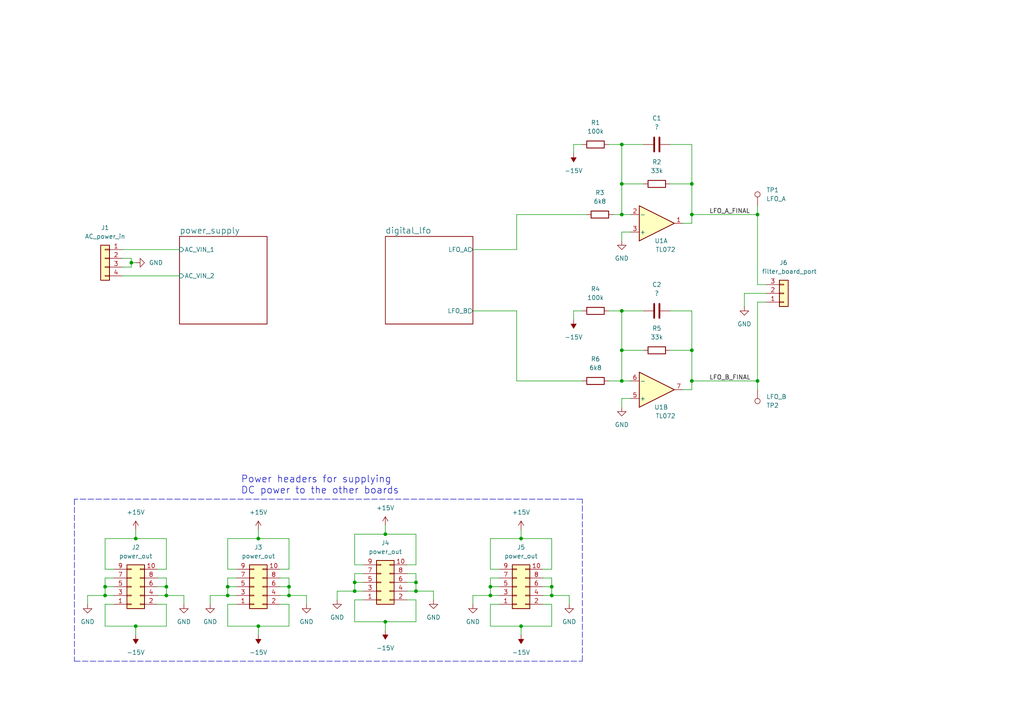
<source format=kicad_sch>
(kicad_sch (version 20211123) (generator eeschema)
  (paper "A4")
  (title_block (title "M.S.M. Stereo Lowpass Filter Pedal") (date "2022-06-07") (rev "0") (comment 2 "creativecommons.org/licenses/by/4.0") (comment 3 "License: CC by 4.0") (comment 4 "Author: Jordan Aceto"))
  (lib_symbols
    (symbol "Amplifier_Operational:TL072" (pin_names (offset 0.127))
      (property "Reference" "U" (at 0 5.08 0))
      (property "Value" "TL072" (at 0 -5.08 0))
      (symbol "TL072_1_1"
        (polyline (pts (xy -5.08 5.08) (xy 5.08 0) (xy -5.08 -5.08) (xy -5.08 5.08)) (stroke (width 0.254)) (fill (type background)))
        (pin output line (at 7.62 0 180) (length 2.54) (name "~") (number "1"))
        (pin input line (at -7.62 -2.54 0) (length 2.54) (name "-") (number "2"))
        (pin input line (at -7.62 2.54 0) (length 2.54) (name "+") (number "3"))
      )
      (symbol "TL072_2_1"
        (polyline (pts (xy -5.08 5.08) (xy 5.08 0) (xy -5.08 -5.08) (xy -5.08 5.08)) (stroke (width 0.254)) (fill (type background)))
        (pin input line (at -7.62 2.54 0) (length 2.54) (name "+") (number "5"))
        (pin input line (at -7.62 -2.54 0) (length 2.54) (name "-") (number "6"))
        (pin output line (at 7.62 0 180) (length 2.54) (name "~") (number "7"))
      )
      (symbol "TL072_3_1"
        (pin power_in line (at -2.54 -7.62 90) (length 3.81) (name "V-") (number "4"))
        (pin power_in line (at -2.54 7.62 270) (length 3.81) (name "V+") (number "8"))
      )
    )
    (symbol "Connector:TestPoint" (pin_numbers hide) (pin_names (offset 0.762) hide)
      (property "Reference" "TP" (at 0 6.858 0))
      (property "Value" "TestPoint" (at 0 5.08 0))
      (symbol "TestPoint_0_1"
        (circle (center 0 3.302) (radius 0.762))
      )
      (symbol "TestPoint_1_1"
        (pin passive line (at 0 0 90) (length 2.54) (name "1") (number "1"))
      )
    )
    (symbol "Connector_Generic:Conn_01x03" (pin_names (offset 1.016) hide)
      (property "Reference" "J" (at 0 5.08 0))
      (property "Value" "Conn_01x03" (at 0 -5.08 0))
      (symbol "Conn_01x03_1_1"
        (rectangle (start -1.27 -2.413) (end 0 -2.667) (stroke (width 0.1524)))
        (rectangle (start -1.27 0.127) (end 0 -0.127) (stroke (width 0.1524)))
        (rectangle (start -1.27 2.667) (end 0 2.413) (stroke (width 0.1524)))
        (rectangle (start -1.27 3.81) (end 1.27 -3.81) (stroke (width 0.254)) (fill (type background)))
        (pin passive line (at -5.08 2.54 0) (length 3.81) (name "Pin_1") (number "1"))
        (pin passive line (at -5.08 0 0) (length 3.81) (name "Pin_2") (number "2"))
        (pin passive line (at -5.08 -2.54 0) (length 3.81) (name "Pin_3") (number "3"))
      )
    )
    (symbol "Connector_Generic:Conn_01x04" (pin_names (offset 1.016) hide)
      (property "Reference" "J" (at 0 5.08 0))
      (property "Value" "Conn_01x04" (at 0 -7.62 0))
      (symbol "Conn_01x04_1_1"
        (rectangle (start -1.27 -4.953) (end 0 -5.207) (stroke (width 0.1524)))
        (rectangle (start -1.27 -2.413) (end 0 -2.667) (stroke (width 0.1524)))
        (rectangle (start -1.27 0.127) (end 0 -0.127) (stroke (width 0.1524)))
        (rectangle (start -1.27 2.667) (end 0 2.413) (stroke (width 0.1524)))
        (rectangle (start -1.27 3.81) (end 1.27 -6.35) (stroke (width 0.254)) (fill (type background)))
        (pin passive line (at -5.08 2.54 0) (length 3.81) (name "Pin_1") (number "1"))
        (pin passive line (at -5.08 0 0) (length 3.81) (name "Pin_2") (number "2"))
        (pin passive line (at -5.08 -2.54 0) (length 3.81) (name "Pin_3") (number "3"))
        (pin passive line (at -5.08 -5.08 0) (length 3.81) (name "Pin_4") (number "4"))
      )
    )
    (symbol "Connector_Generic:Conn_02x05_Odd_Even" (pin_names (offset 1.016) hide)
      (property "Reference" "J" (at 1.27 7.62 0))
      (property "Value" "Conn_02x05_Odd_Even" (at 1.27 -7.62 0))
      (symbol "Conn_02x05_Odd_Even_1_1"
        (rectangle (start -1.27 -4.953) (end 0 -5.207) (stroke (width 0.1524)))
        (rectangle (start -1.27 -2.413) (end 0 -2.667) (stroke (width 0.1524)))
        (rectangle (start -1.27 0.127) (end 0 -0.127) (stroke (width 0.1524)))
        (rectangle (start -1.27 2.667) (end 0 2.413) (stroke (width 0.1524)))
        (rectangle (start -1.27 5.207) (end 0 4.953) (stroke (width 0.1524)))
        (rectangle (start -1.27 6.35) (end 3.81 -6.35) (stroke (width 0.254)) (fill (type background)))
        (rectangle (start 3.81 -4.953) (end 2.54 -5.207) (stroke (width 0.1524)))
        (rectangle (start 3.81 -2.413) (end 2.54 -2.667) (stroke (width 0.1524)))
        (rectangle (start 3.81 0.127) (end 2.54 -0.127) (stroke (width 0.1524)))
        (rectangle (start 3.81 2.667) (end 2.54 2.413) (stroke (width 0.1524)))
        (rectangle (start 3.81 5.207) (end 2.54 4.953) (stroke (width 0.1524)))
        (pin passive line (at -5.08 5.08 0) (length 3.81) (name "Pin_1") (number "1"))
        (pin passive line (at 7.62 -5.08 180) (length 3.81) (name "Pin_10") (number "10"))
        (pin passive line (at 7.62 5.08 180) (length 3.81) (name "Pin_2") (number "2"))
        (pin passive line (at -5.08 2.54 0) (length 3.81) (name "Pin_3") (number "3"))
        (pin passive line (at 7.62 2.54 180) (length 3.81) (name "Pin_4") (number "4"))
        (pin passive line (at -5.08 0 0) (length 3.81) (name "Pin_5") (number "5"))
        (pin passive line (at 7.62 0 180) (length 3.81) (name "Pin_6") (number "6"))
        (pin passive line (at -5.08 -2.54 0) (length 3.81) (name "Pin_7") (number "7"))
        (pin passive line (at 7.62 -2.54 180) (length 3.81) (name "Pin_8") (number "8"))
        (pin passive line (at -5.08 -5.08 0) (length 3.81) (name "Pin_9") (number "9"))
      )
    )
    (symbol "Device:C" (pin_numbers hide) (pin_names (offset 0.254))
      (property "Reference" "C" (at 0.635 2.54 0))
      (property "Value" "C" (at 0.635 -2.54 0))
      (symbol "C_0_1"
        (polyline (pts (xy -2.032 -0.762) (xy 2.032 -0.762)) (stroke (width 0.508)))
        (polyline (pts (xy -2.032 0.762) (xy 2.032 0.762)) (stroke (width 0.508)))
      )
      (symbol "C_1_1"
        (pin passive line (at 0 3.81 270) (length 2.794) (name "~") (number "1"))
        (pin passive line (at 0 -3.81 90) (length 2.794) (name "~") (number "2"))
      )
    )
    (symbol "Device:R" (pin_numbers hide) (pin_names (offset 0))
      (property "Reference" "R" (at 2.032 0 90))
      (property "Value" "R" (at 0 0 90))
      (symbol "R_0_1"
        (rectangle (start -1.016 -2.54) (end 1.016 2.54) (stroke (width 0.254)))
      )
      (symbol "R_1_1"
        (pin passive line (at 0 3.81 270) (length 1.27) (name "~") (number "1"))
        (pin passive line (at 0 -3.81 90) (length 1.27) (name "~") (number "2"))
      )
    )
    (symbol "power:+15V" (power) (pin_names (offset 0))
      (property "Value" "+15V" (at 0 3.556 0))
      (symbol "+15V_0_1"
        (polyline (pts (xy -0.762 1.27) (xy 0 2.54)))
        (polyline (pts (xy 0 0) (xy 0 2.54)))
        (polyline (pts (xy 0 2.54) (xy 0.762 1.27)))
      )
      (symbol "+15V_1_1"
        (pin power_in line (at 0 0 90) (length 0) hide (name "+15V") (number "1"))
      )
    )
    (symbol "power:-15V" (power) (pin_names (offset 0))
      (property "Value" "-15V" (at 0 3.81 0))
      (symbol "-15V_0_0"
        (pin power_in line (at 0 0 90) (length 0) hide (name "-15V") (number "1"))
      )
      (symbol "-15V_0_1"
        (polyline (pts (xy 0 0) (xy 0 1.27) (xy 0.762 1.27) (xy 0 2.54) (xy -0.762 1.27) (xy 0 1.27)) (fill (type outline)))
      )
    )
    (symbol "power:GND" (power) (pin_names (offset 0))
      (property "Value" "GND" (at 0 -3.81 0))
      (symbol "GND_0_1"
        (polyline (pts (xy 0 0) (xy 0 -1.27) (xy 1.27 -1.27) (xy 0 -2.54) (xy -1.27 -1.27) (xy 0 -1.27)))
      )
      (symbol "GND_1_1"
        (pin power_in line (at 0 0 270) (length 0) hide (name "GND") (number "1"))
      )
    )
  )
  (junction (at 83.82 172.72))
  (junction (at 200.66 62.23))
  (junction (at 30.48 172.72))
  (junction (at 66.04 172.72))
  (junction (at 102.87 171.45))
  (junction (at 38.1 76.2))
  (junction (at 142.24 172.72))
  (junction (at 219.71 110.49))
  (junction (at 200.66 53.34))
  (junction (at 200.66 110.49))
  (junction (at 66.04 170.18))
  (junction (at 219.71 62.23))
  (junction (at 111.76 180.34))
  (junction (at 180.34 41.91))
  (junction (at 180.34 101.6))
  (junction (at 74.93 181.61))
  (junction (at 39.37 181.61))
  (junction (at 160.02 170.18))
  (junction (at 48.26 170.18))
  (junction (at 151.13 181.61))
  (junction (at 180.34 90.17))
  (junction (at 180.34 110.49))
  (junction (at 48.26 172.72))
  (junction (at 83.82 170.18))
  (junction (at 102.87 168.91))
  (junction (at 74.93 156.21))
  (junction (at 200.66 101.6))
  (junction (at 180.34 53.34))
  (junction (at 142.24 170.18))
  (junction (at 151.13 156.21))
  (junction (at 39.37 156.21))
  (junction (at 180.34 62.23))
  (junction (at 120.65 168.91))
  (junction (at 160.02 172.72))
  (junction (at 111.76 154.94))
  (junction (at 30.48 170.18))
  (junction (at 120.65 171.45))
  (wire (pts (xy 151.13 153.67) (xy 151.13 156.21)))
  (wire (pts (xy 137.16 175.26) (xy 137.16 172.72)))
  (wire (pts (xy 142.24 170.18) (xy 144.78 170.18)))
  (wire (pts (xy 219.71 113.03) (xy 219.71 110.49)))
  (wire (pts (xy 105.41 173.99) (xy 102.87 173.99)))
  (wire (pts (xy 215.9 85.09) (xy 222.25 85.09)))
  (wire (pts (xy 111.76 180.34) (xy 120.65 180.34)))
  (wire (pts (xy 25.4 175.26) (xy 25.4 172.72)))
  (wire (pts (xy 118.11 171.45) (xy 120.65 171.45)))
  (wire (pts (xy 176.53 90.17) (xy 180.34 90.17)))
  (wire (pts (xy 137.16 90.17) (xy 149.86 90.17)))
  (wire (pts (xy 120.65 168.91) (xy 120.65 166.37)))
  (wire (pts (xy 30.48 170.18) (xy 30.48 172.72)))
  (wire (pts (xy 66.04 181.61) (xy 74.93 181.61)))
  (wire (pts (xy 186.69 90.17) (xy 180.34 90.17)))
  (wire (pts (xy 30.48 165.1) (xy 33.02 165.1)))
  (wire (pts (xy 176.53 41.91) (xy 180.34 41.91)))
  (wire (pts (xy 66.04 167.64) (xy 68.58 167.64)))
  (wire (pts (xy 111.76 180.34) (xy 111.76 182.88)))
  (wire (pts (xy 83.82 156.21) (xy 74.93 156.21)))
  (wire (pts (xy 118.11 168.91) (xy 120.65 168.91)))
  (wire (pts (xy 186.69 41.91) (xy 180.34 41.91)))
  (wire (pts (xy 160.02 175.26) (xy 157.48 175.26)))
  (wire (pts (xy 142.24 167.64) (xy 144.78 167.64)))
  (wire (pts (xy 83.82 181.61) (xy 83.82 175.26)))
  (wire (pts (xy 182.88 110.49) (xy 180.34 110.49)))
  (wire (pts (xy 111.76 154.94) (xy 102.87 154.94)))
  (wire (pts (xy 105.41 171.45) (xy 102.87 171.45)))
  (wire (pts (xy 66.04 156.21) (xy 66.04 165.1)))
  (wire (pts (xy 194.31 53.34) (xy 200.66 53.34)))
  (wire (pts (xy 142.24 167.64) (xy 142.24 170.18)))
  (wire (pts (xy 194.31 101.6) (xy 200.66 101.6)))
  (wire (pts (xy 219.71 59.69) (xy 219.71 62.23)))
  (wire (pts (xy 81.28 167.64) (xy 83.82 167.64)))
  (wire (pts (xy 142.24 156.21) (xy 142.24 165.1)))
  (wire (pts (xy 120.65 173.99) (xy 118.11 173.99)))
  (wire (pts (xy 97.79 171.45) (xy 102.87 171.45)))
  (wire (pts (xy 30.48 181.61) (xy 39.37 181.61)))
  (wire (pts (xy 83.82 165.1) (xy 83.82 156.21)))
  (wire (pts (xy 74.93 156.21) (xy 66.04 156.21)))
  (wire (pts (xy 200.66 90.17) (xy 200.66 101.6)))
  (wire (pts (xy 180.34 53.34) (xy 180.34 62.23)))
  (wire (pts (xy 30.48 175.26) (xy 30.48 181.61)))
  (wire (pts (xy 137.16 172.72) (xy 142.24 172.72)))
  (wire (pts (xy 120.65 154.94) (xy 111.76 154.94)))
  (wire (pts (xy 157.48 167.64) (xy 160.02 167.64)))
  (polyline (pts (xy 168.91 191.77) (xy 168.91 144.78)))
  (wire (pts (xy 33.02 175.26) (xy 30.48 175.26)))
  (wire (pts (xy 180.34 115.57) (xy 182.88 115.57)))
  (wire (pts (xy 177.8 62.23) (xy 180.34 62.23)))
  (wire (pts (xy 81.28 170.18) (xy 83.82 170.18)))
  (wire (pts (xy 120.65 171.45) (xy 120.65 168.91)))
  (wire (pts (xy 102.87 168.91) (xy 102.87 171.45)))
  (polyline (pts (xy 21.59 191.77) (xy 168.91 191.77)))
  (wire (pts (xy 118.11 163.83) (xy 120.65 163.83)))
  (wire (pts (xy 142.24 181.61) (xy 151.13 181.61)))
  (wire (pts (xy 180.34 67.31) (xy 182.88 67.31)))
  (wire (pts (xy 45.72 167.64) (xy 48.26 167.64)))
  (wire (pts (xy 30.48 167.64) (xy 30.48 170.18)))
  (wire (pts (xy 66.04 170.18) (xy 68.58 170.18)))
  (wire (pts (xy 182.88 62.23) (xy 180.34 62.23)))
  (wire (pts (xy 200.66 62.23) (xy 219.71 62.23)))
  (wire (pts (xy 165.1 172.72) (xy 160.02 172.72)))
  (wire (pts (xy 144.78 172.72) (xy 142.24 172.72)))
  (wire (pts (xy 157.48 170.18) (xy 160.02 170.18)))
  (wire (pts (xy 30.48 167.64) (xy 33.02 167.64)))
  (wire (pts (xy 60.96 175.26) (xy 60.96 172.72)))
  (wire (pts (xy 102.87 166.37) (xy 102.87 168.91)))
  (wire (pts (xy 68.58 175.26) (xy 66.04 175.26)))
  (wire (pts (xy 151.13 156.21) (xy 142.24 156.21)))
  (wire (pts (xy 118.11 166.37) (xy 120.65 166.37)))
  (wire (pts (xy 74.93 181.61) (xy 74.93 184.15)))
  (wire (pts (xy 66.04 165.1) (xy 68.58 165.1)))
  (wire (pts (xy 53.34 175.26) (xy 53.34 172.72)))
  (wire (pts (xy 219.71 110.49) (xy 219.71 87.63)))
  (wire (pts (xy 102.87 168.91) (xy 105.41 168.91)))
  (wire (pts (xy 35.56 72.39) (xy 52.07 72.39)))
  (wire (pts (xy 66.04 170.18) (xy 66.04 172.72)))
  (wire (pts (xy 111.76 152.4) (xy 111.76 154.94)))
  (wire (pts (xy 60.96 172.72) (xy 66.04 172.72)))
  (wire (pts (xy 35.56 80.01) (xy 52.07 80.01)))
  (wire (pts (xy 151.13 181.61) (xy 160.02 181.61)))
  (wire (pts (xy 200.66 110.49) (xy 200.66 101.6)))
  (wire (pts (xy 30.48 170.18) (xy 33.02 170.18)))
  (wire (pts (xy 48.26 172.72) (xy 48.26 170.18)))
  (wire (pts (xy 38.1 76.2) (xy 38.1 74.93)))
  (wire (pts (xy 180.34 90.17) (xy 180.34 101.6)))
  (wire (pts (xy 97.79 173.99) (xy 97.79 171.45)))
  (wire (pts (xy 45.72 165.1) (xy 48.26 165.1)))
  (wire (pts (xy 144.78 175.26) (xy 142.24 175.26)))
  (wire (pts (xy 222.25 82.55) (xy 219.71 82.55)))
  (wire (pts (xy 39.37 181.61) (xy 39.37 184.15)))
  (wire (pts (xy 48.26 165.1) (xy 48.26 156.21)))
  (wire (pts (xy 48.26 156.21) (xy 39.37 156.21)))
  (wire (pts (xy 157.48 165.1) (xy 160.02 165.1)))
  (wire (pts (xy 88.9 175.26) (xy 88.9 172.72)))
  (wire (pts (xy 33.02 172.72) (xy 30.48 172.72)))
  (wire (pts (xy 149.86 62.23) (xy 170.18 62.23)))
  (wire (pts (xy 142.24 170.18) (xy 142.24 172.72)))
  (wire (pts (xy 142.24 175.26) (xy 142.24 181.61)))
  (wire (pts (xy 160.02 156.21) (xy 151.13 156.21)))
  (wire (pts (xy 176.53 110.49) (xy 180.34 110.49)))
  (wire (pts (xy 200.66 113.03) (xy 200.66 110.49)))
  (wire (pts (xy 166.37 44.45) (xy 166.37 41.91)))
  (wire (pts (xy 180.34 69.85) (xy 180.34 67.31)))
  (wire (pts (xy 180.34 118.11) (xy 180.34 115.57)))
  (wire (pts (xy 149.86 72.39) (xy 149.86 62.23)))
  (wire (pts (xy 157.48 172.72) (xy 160.02 172.72)))
  (wire (pts (xy 48.26 175.26) (xy 45.72 175.26)))
  (wire (pts (xy 66.04 167.64) (xy 66.04 170.18)))
  (wire (pts (xy 81.28 165.1) (xy 83.82 165.1)))
  (wire (pts (xy 120.65 163.83) (xy 120.65 154.94)))
  (wire (pts (xy 48.26 170.18) (xy 48.26 167.64)))
  (wire (pts (xy 180.34 101.6) (xy 180.34 110.49)))
  (wire (pts (xy 198.12 64.77) (xy 200.66 64.77)))
  (wire (pts (xy 125.73 173.99) (xy 125.73 171.45)))
  (wire (pts (xy 200.66 62.23) (xy 200.66 53.34)))
  (wire (pts (xy 39.37 156.21) (xy 30.48 156.21)))
  (wire (pts (xy 180.34 41.91) (xy 180.34 53.34)))
  (wire (pts (xy 180.34 53.34) (xy 186.69 53.34)))
  (wire (pts (xy 151.13 181.61) (xy 151.13 184.15)))
  (wire (pts (xy 30.48 156.21) (xy 30.48 165.1)))
  (wire (pts (xy 45.72 172.72) (xy 48.26 172.72)))
  (wire (pts (xy 200.66 64.77) (xy 200.66 62.23)))
  (wire (pts (xy 68.58 172.72) (xy 66.04 172.72)))
  (wire (pts (xy 102.87 173.99) (xy 102.87 180.34)))
  (wire (pts (xy 180.34 101.6) (xy 186.69 101.6)))
  (wire (pts (xy 39.37 153.67) (xy 39.37 156.21)))
  (wire (pts (xy 53.34 172.72) (xy 48.26 172.72)))
  (wire (pts (xy 198.12 113.03) (xy 200.66 113.03)))
  (wire (pts (xy 149.86 90.17) (xy 149.86 110.49)))
  (wire (pts (xy 160.02 170.18) (xy 160.02 167.64)))
  (wire (pts (xy 200.66 110.49) (xy 219.71 110.49)))
  (wire (pts (xy 83.82 175.26) (xy 81.28 175.26)))
  (wire (pts (xy 166.37 41.91) (xy 168.91 41.91)))
  (wire (pts (xy 166.37 92.71) (xy 166.37 90.17)))
  (wire (pts (xy 160.02 181.61) (xy 160.02 175.26)))
  (wire (pts (xy 194.31 90.17) (xy 200.66 90.17)))
  (wire (pts (xy 102.87 166.37) (xy 105.41 166.37)))
  (wire (pts (xy 25.4 172.72) (xy 30.48 172.72)))
  (wire (pts (xy 38.1 76.2) (xy 39.37 76.2)))
  (wire (pts (xy 160.02 165.1) (xy 160.02 156.21)))
  (wire (pts (xy 74.93 153.67) (xy 74.93 156.21)))
  (wire (pts (xy 38.1 74.93) (xy 35.56 74.93)))
  (wire (pts (xy 215.9 85.09) (xy 215.9 88.9)))
  (wire (pts (xy 74.93 181.61) (xy 83.82 181.61)))
  (wire (pts (xy 165.1 175.26) (xy 165.1 172.72)))
  (wire (pts (xy 200.66 41.91) (xy 200.66 53.34)))
  (wire (pts (xy 66.04 175.26) (xy 66.04 181.61)))
  (wire (pts (xy 35.56 77.47) (xy 38.1 77.47)))
  (wire (pts (xy 219.71 82.55) (xy 219.71 62.23)))
  (wire (pts (xy 81.28 172.72) (xy 83.82 172.72)))
  (wire (pts (xy 194.31 41.91) (xy 200.66 41.91)))
  (wire (pts (xy 83.82 172.72) (xy 83.82 170.18)))
  (wire (pts (xy 160.02 172.72) (xy 160.02 170.18)))
  (wire (pts (xy 219.71 87.63) (xy 222.25 87.63)))
  (wire (pts (xy 39.37 181.61) (xy 48.26 181.61)))
  (wire (pts (xy 137.16 72.39) (xy 149.86 72.39)))
  (polyline (pts (xy 168.91 144.78) (xy 21.59 144.78)))
  (wire (pts (xy 48.26 181.61) (xy 48.26 175.26)))
  (wire (pts (xy 125.73 171.45) (xy 120.65 171.45)))
  (wire (pts (xy 149.86 110.49) (xy 168.91 110.49)))
  (wire (pts (xy 102.87 154.94) (xy 102.87 163.83)))
  (wire (pts (xy 102.87 163.83) (xy 105.41 163.83)))
  (polyline (pts (xy 21.59 144.78) (xy 21.59 191.77)))
  (wire (pts (xy 120.65 180.34) (xy 120.65 173.99)))
  (wire (pts (xy 88.9 172.72) (xy 83.82 172.72)))
  (wire (pts (xy 142.24 165.1) (xy 144.78 165.1)))
  (wire (pts (xy 102.87 180.34) (xy 111.76 180.34)))
  (wire (pts (xy 38.1 77.47) (xy 38.1 76.2)))
  (wire (pts (xy 45.72 170.18) (xy 48.26 170.18)))
  (wire (pts (xy 166.37 90.17) (xy 168.91 90.17)))
  (wire (pts (xy 83.82 170.18) (xy 83.82 167.64)))
  (text "Power headers for supplying\nDC power to the other boards" (at 69.85 143.51 0) (effects (font (size 2 2)) (justify left bottom)))
  (label "LFO_B_FINAL" (at 205.74 110.49 0))
  (label "LFO_A_FINAL" (at 205.74 62.23 0))
  (symbol (lib_id "power:GND") (at 60.96 175.26 0) (mirror y) (unit 1)
    (property "Reference" "#PWR014" (effects hide))
    (property "Value" "GND" (at 60.96 180.34 0))
  )
  (symbol (lib_id "Device:R") (at 190.5 101.6 90) (unit 1)
    (property "Reference" "R5" (at 190.5 95.25 90))
    (property "Value" "33k" (at 190.5 97.79 90))
    (property "Footprint" "Resistor_SMD:R_0805_2012Metric" (effects hide))
  )
  (symbol (lib_id "Device:C") (at 190.5 90.17 90) (unit 1)
    (property "Reference" "C2" (at 190.5 82.55 90))
    (property "Value" "?" (at 190.5 85.09 90))
    (property "Footprint" "Capacitor_SMD:C_0805_2012Metric" (effects hide))
  )
  (symbol (lib_id "power:+15V") (at 74.93 153.67 0) (unit 1)
    (property "Reference" "#PWR08" (effects hide))
    (property "Value" "+15V" (at 74.93 148.59 0))
  )
  (symbol (lib_id "power:GND") (at 215.9 88.9 0) (unit 1)
    (property "Reference" "#PWR03" (effects hide))
    (property "Value" "GND" (at 215.9 93.98 0))
  )
  (symbol (lib_id "Device:R") (at 172.72 90.17 90) (unit 1)
    (property "Reference" "R4" (at 172.72 83.82 90))
    (property "Value" "100k" (at 172.72 86.36 90))
    (property "Footprint" "Resistor_SMD:R_0805_2012Metric" (effects hide))
  )
  (symbol (lib_id "power:GND") (at 88.9 175.26 0) (unit 1)
    (property "Reference" "#PWR015" (effects hide))
    (property "Value" "GND" (at 88.9 180.34 0))
  )
  (symbol (lib_id "Device:R") (at 172.72 41.91 90) (unit 1)
    (property "Reference" "R1" (at 172.72 35.56 90))
    (property "Value" "100k" (at 172.72 38.1 90))
    (property "Footprint" "Resistor_SMD:R_0805_2012Metric" (effects hide))
  )
  (symbol (lib_id "Connector_Generic:Conn_02x05_Odd_Even") (at 110.49 168.91 0) (mirror x) (unit 1)
    (property "Reference" "J4" (at 111.76 157.48 0))
    (property "Value" "power_out" (at 111.76 160.02 0))
    (property "Footprint" "Connector_IDC:IDC-Header_2x05_P2.54mm_Vertical" (effects hide))
  )
  (symbol (lib_id "Device:C") (at 190.5 41.91 90) (unit 1)
    (property "Reference" "C1" (at 190.5 34.29 90))
    (property "Value" "?" (at 190.5 36.83 90))
    (property "Footprint" "Capacitor_SMD:C_0805_2012Metric" (effects hide))
  )
  (symbol (lib_id "power:-15V") (at 151.13 184.15 180) (unit 1)
    (property "Reference" "#PWR021" (effects hide))
    (property "Value" "-15V" (at 151.13 189.23 0))
  )
  (symbol (lib_id "power:GND") (at 97.79 173.99 0) (mirror y) (unit 1)
    (property "Reference" "#PWR010" (effects hide))
    (property "Value" "GND" (at 97.79 179.07 0))
  )
  (symbol (lib_id "Device:R") (at 190.5 53.34 90) (unit 1)
    (property "Reference" "R2" (at 190.5 46.99 90))
    (property "Value" "33k" (at 190.5 49.53 90))
    (property "Footprint" "Resistor_SMD:R_0805_2012Metric" (effects hide))
  )
  (symbol (lib_id "Connector:TestPoint") (at 219.71 113.03 0) (mirror x) (unit 1)
    (property "Reference" "TP2" (at 222.25 117.6021 0) (effects (justify left)))
    (property "Value" "LFO_B" (at 222.25 115.0621 0) (effects (justify left)))
    (property "Footprint" "TestPoint:TestPoint_Keystone_5000-5004_Miniature" (effects hide))
  )
  (symbol (lib_id "power:GND") (at 137.16 175.26 0) (mirror y) (unit 1)
    (property "Reference" "#PWR016" (effects hide))
    (property "Value" "GND" (at 137.16 180.34 0))
  )
  (symbol (lib_id "power:-15V") (at 166.37 92.71 180) (unit 1)
    (property "Reference" "#PWR04" (effects hide))
    (property "Value" "-15V" (at 166.37 97.79 0))
  )
  (symbol (lib_id "Connector:TestPoint") (at 219.71 59.69 0) (unit 1)
    (property "Reference" "TP1" (at 222.25 55.1179 0) (effects (justify left)))
    (property "Value" "LFO_A" (at 222.25 57.6579 0) (effects (justify left)))
    (property "Footprint" "TestPoint:TestPoint_Keystone_5000-5004_Miniature" (effects hide))
  )
  (symbol (lib_id "power:GND") (at 180.34 69.85 0) (unit 1)
    (property "Reference" "#PWR02" (effects hide))
    (property "Value" "GND" (at 180.34 74.93 0))
  )
  (symbol (lib_id "power:-15V") (at 74.93 184.15 180) (unit 1)
    (property "Reference" "#PWR020" (effects hide))
    (property "Value" "-15V" (at 74.93 189.23 0))
  )
  (symbol (lib_id "power:+15V") (at 151.13 153.67 0) (unit 1)
    (property "Reference" "#PWR09" (effects hide))
    (property "Value" "+15V" (at 151.13 148.59 0))
  )
  (symbol (lib_id "Device:R") (at 172.72 110.49 90) (unit 1)
    (property "Reference" "R6" (at 172.72 104.14 90))
    (property "Value" "6k8" (at 172.72 106.68 90))
    (property "Footprint" "Resistor_SMD:R_0805_2012Metric" (effects hide))
  )
  (symbol (lib_id "Device:R") (at 173.99 62.23 90) (unit 1)
    (property "Reference" "R3" (at 173.99 55.88 90))
    (property "Value" "6k8" (at 173.99 58.42 90))
    (property "Footprint" "Resistor_SMD:R_0805_2012Metric" (effects hide))
  )
  (symbol (lib_id "Connector_Generic:Conn_01x03") (at 227.33 85.09 0) (mirror x) (unit 1)
    (property "Reference" "J6" (at 226.06 76.2 0) (effects (justify left)))
    (property "Value" "filter_board_port" (at 220.98 78.74 0) (effects (justify left)))
    (property "Footprint" "Connector_Molex:Molex_KK-254_AE-6410-03A_1x03_P2.54mm_Vertical" (effects hide))
  )
  (symbol (lib_id "Connector_Generic:Conn_02x05_Odd_Even") (at 73.66 170.18 0) (mirror x) (unit 1)
    (property "Reference" "J3" (at 74.93 158.75 0))
    (property "Value" "power_out" (at 74.93 161.29 0))
    (property "Footprint" "Connector_IDC:IDC-Header_2x05_P2.54mm_Vertical" (effects hide))
  )
  (symbol (lib_id "power:-15V") (at 166.37 44.45 180) (unit 1)
    (property "Reference" "#PWR01" (effects hide))
    (property "Value" "-15V" (at 166.37 49.53 0))
  )
  (symbol (lib_id "Connector_Generic:Conn_02x05_Odd_Even") (at 149.86 170.18 0) (mirror x) (unit 1)
    (property "Reference" "J5" (at 151.13 158.75 0))
    (property "Value" "power_out" (at 151.13 161.29 0))
    (property "Footprint" "Connector_IDC:IDC-Header_2x05_P2.54mm_Vertical" (effects hide))
  )
  (symbol (lib_id "Connector_Generic:Conn_01x04") (at 30.48 74.93 0) (mirror y) (unit 1)
    (property "Reference" "J1" (at 30.48 66.04 0))
    (property "Value" "AC_power_in" (at 30.48 68.58 0))
    (property "Footprint" "Connector_Molex:Molex_Mini-Fit_Jr_5566-04A2_2x02_P4.20mm_Vertical" (effects hide))
  )
  (symbol (lib_id "Connector_Generic:Conn_02x05_Odd_Even") (at 38.1 170.18 0) (mirror x) (unit 1)
    (property "Reference" "J2" (at 39.37 158.75 0))
    (property "Value" "power_out" (at 39.37 161.29 0))
    (property "Footprint" "Connector_IDC:IDC-Header_2x05_P2.54mm_Vertical" (effects hide))
  )
  (symbol (lib_id "power:-15V") (at 111.76 182.88 180) (unit 1)
    (property "Reference" "#PWR018" (effects hide))
    (property "Value" "-15V" (at 111.76 187.96 0))
  )
  (symbol (lib_id "power:GND") (at 53.34 175.26 0) (unit 1)
    (property "Reference" "#PWR013" (effects hide))
    (property "Value" "GND" (at 53.34 180.34 0))
  )
  (symbol (lib_id "power:+15V") (at 111.76 152.4 0) (unit 1)
    (property "Reference" "#PWR06" (effects hide))
    (property "Value" "+15V" (at 111.76 147.32 0))
  )
  (symbol (lib_id "power:GND") (at 39.37 76.2 90) (unit 1)
    (property "Reference" "#PWR022" (effects hide))
    (property "Value" "GND" (at 43.18 76.1999 90) (effects (justify right)))
  )
  (symbol (lib_id "Amplifier_Operational:TL072") (at 190.5 113.03 0) (mirror x) (unit 2)
    (property "Reference" "U1" (at 191.77 118.11 0))
    (property "Value" "TL072" (at 193.04 120.65 0))
    (property "Footprint" "Package_SO:SOIC-8_3.9x4.9mm_P1.27mm" (effects hide))
    (property "Datasheet" "http://www.ti.com/lit/ds/symlink/tl071.pdf" (effects hide))
  )
  (symbol (lib_id "power:GND") (at 125.73 173.99 0) (unit 1)
    (property "Reference" "#PWR011" (effects hide))
    (property "Value" "GND" (at 125.73 179.07 0))
  )
  (symbol (lib_id "power:-15V") (at 39.37 184.15 180) (unit 1)
    (property "Reference" "#PWR019" (effects hide))
    (property "Value" "-15V" (at 39.37 189.23 0))
  )
  (symbol (lib_id "power:GND") (at 180.34 118.11 0) (unit 1)
    (property "Reference" "#PWR05" (effects hide))
    (property "Value" "GND" (at 180.34 123.19 0))
  )
  (symbol (lib_id "Amplifier_Operational:TL072") (at 190.5 64.77 0) (mirror x) (unit 1)
    (property "Reference" "U1" (at 191.77 69.85 0))
    (property "Value" "TL072" (at 193.04 72.39 0))
    (property "Footprint" "Package_SO:SOIC-8_3.9x4.9mm_P1.27mm" (effects hide))
    (property "Datasheet" "http://www.ti.com/lit/ds/symlink/tl071.pdf" (effects hide))
  )
  (symbol (lib_id "power:GND") (at 165.1 175.26 0) (unit 1)
    (property "Reference" "#PWR017" (effects hide))
    (property "Value" "GND" (at 165.1 180.34 0))
  )
  (symbol (lib_id "power:GND") (at 25.4 175.26 0) (mirror y) (unit 1)
    (property "Reference" "#PWR012" (effects hide))
    (property "Value" "GND" (at 25.4 180.34 0))
  )
  (symbol (lib_id "power:+15V") (at 39.37 153.67 0) (unit 1)
    (property "Reference" "#PWR07" (effects hide))
    (property "Value" "+15V" (at 39.37 148.59 0))
  )
  (sheet (at 52.07 68.58) (size 25.4 25.4) (stroke (width 0.1524))
    (property "Sheet name" "power_supply" (at 52.07 67.8684 0) (effects (font (size 1.75 1.75)) (justify left bottom)))
    (property "Sheet file" "power_supply.kicad_sch" (effects hide))
    (pin "AC_VIN_2" input (at 52.07 80.01 180))
    (pin "AC_VIN_1" input (at 52.07 72.39 180))
  )
  (sheet (at 111.76 68.58) (size 25.4 25.4)
    (property "Sheet name" "digital_lfo" (at 111.76 67.8684 0) (effects (font (size 1.75 1.75)) (justify left bottom)))
    (property "Sheet file" "digital_lfo.kicad_sch" (effects hide))
    (pin "LFO_A" output (at 137.16 72.39 0))
    (pin "LFO_B" output (at 137.16 90.17 0))
  )
)
</source>
